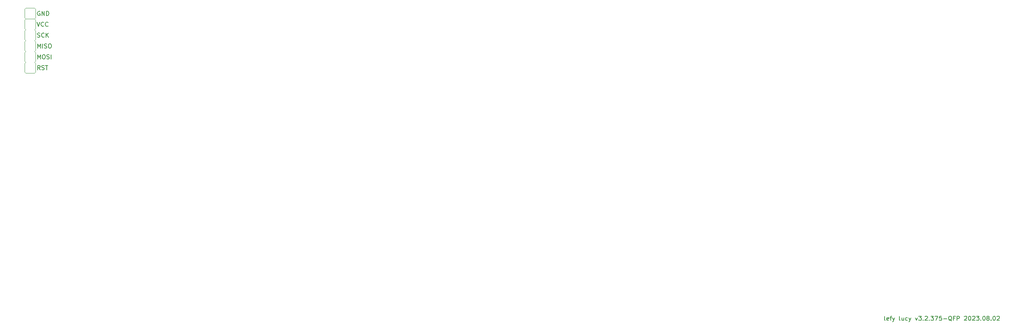
<source format=gbr>
%TF.GenerationSoftware,KiCad,Pcbnew,7.0.1-0*%
%TF.CreationDate,2023-08-02T22:09:24-05:00*%
%TF.ProjectId,pcb,7063622e-6b69-4636-9164-5f7063625858,rev?*%
%TF.SameCoordinates,Original*%
%TF.FileFunction,Legend,Top*%
%TF.FilePolarity,Positive*%
%FSLAX46Y46*%
G04 Gerber Fmt 4.6, Leading zero omitted, Abs format (unit mm)*
G04 Created by KiCad (PCBNEW 7.0.1-0) date 2023-08-02 22:09:24*
%MOMM*%
%LPD*%
G01*
G04 APERTURE LIST*
%ADD10C,0.150000*%
%ADD11C,0.120000*%
G04 APERTURE END LIST*
D10*
X248805952Y-94902619D02*
X248710714Y-94855000D01*
X248710714Y-94855000D02*
X248663095Y-94759761D01*
X248663095Y-94759761D02*
X248663095Y-93902619D01*
X249567857Y-94855000D02*
X249472619Y-94902619D01*
X249472619Y-94902619D02*
X249282143Y-94902619D01*
X249282143Y-94902619D02*
X249186905Y-94855000D01*
X249186905Y-94855000D02*
X249139286Y-94759761D01*
X249139286Y-94759761D02*
X249139286Y-94378809D01*
X249139286Y-94378809D02*
X249186905Y-94283571D01*
X249186905Y-94283571D02*
X249282143Y-94235952D01*
X249282143Y-94235952D02*
X249472619Y-94235952D01*
X249472619Y-94235952D02*
X249567857Y-94283571D01*
X249567857Y-94283571D02*
X249615476Y-94378809D01*
X249615476Y-94378809D02*
X249615476Y-94474047D01*
X249615476Y-94474047D02*
X249139286Y-94569285D01*
X249901191Y-94235952D02*
X250282143Y-94235952D01*
X250044048Y-94902619D02*
X250044048Y-94045476D01*
X250044048Y-94045476D02*
X250091667Y-93950238D01*
X250091667Y-93950238D02*
X250186905Y-93902619D01*
X250186905Y-93902619D02*
X250282143Y-93902619D01*
X250520239Y-94235952D02*
X250758334Y-94902619D01*
X250996429Y-94235952D02*
X250758334Y-94902619D01*
X250758334Y-94902619D02*
X250663096Y-95140714D01*
X250663096Y-95140714D02*
X250615477Y-95188333D01*
X250615477Y-95188333D02*
X250520239Y-95235952D01*
X252282144Y-94902619D02*
X252186906Y-94855000D01*
X252186906Y-94855000D02*
X252139287Y-94759761D01*
X252139287Y-94759761D02*
X252139287Y-93902619D01*
X253091668Y-94235952D02*
X253091668Y-94902619D01*
X252663097Y-94235952D02*
X252663097Y-94759761D01*
X252663097Y-94759761D02*
X252710716Y-94855000D01*
X252710716Y-94855000D02*
X252805954Y-94902619D01*
X252805954Y-94902619D02*
X252948811Y-94902619D01*
X252948811Y-94902619D02*
X253044049Y-94855000D01*
X253044049Y-94855000D02*
X253091668Y-94807380D01*
X253996430Y-94855000D02*
X253901192Y-94902619D01*
X253901192Y-94902619D02*
X253710716Y-94902619D01*
X253710716Y-94902619D02*
X253615478Y-94855000D01*
X253615478Y-94855000D02*
X253567859Y-94807380D01*
X253567859Y-94807380D02*
X253520240Y-94712142D01*
X253520240Y-94712142D02*
X253520240Y-94426428D01*
X253520240Y-94426428D02*
X253567859Y-94331190D01*
X253567859Y-94331190D02*
X253615478Y-94283571D01*
X253615478Y-94283571D02*
X253710716Y-94235952D01*
X253710716Y-94235952D02*
X253901192Y-94235952D01*
X253901192Y-94235952D02*
X253996430Y-94283571D01*
X254329764Y-94235952D02*
X254567859Y-94902619D01*
X254805954Y-94235952D02*
X254567859Y-94902619D01*
X254567859Y-94902619D02*
X254472621Y-95140714D01*
X254472621Y-95140714D02*
X254425002Y-95188333D01*
X254425002Y-95188333D02*
X254329764Y-95235952D01*
X255853574Y-94235952D02*
X256091669Y-94902619D01*
X256091669Y-94902619D02*
X256329764Y-94235952D01*
X256615479Y-93902619D02*
X257234526Y-93902619D01*
X257234526Y-93902619D02*
X256901193Y-94283571D01*
X256901193Y-94283571D02*
X257044050Y-94283571D01*
X257044050Y-94283571D02*
X257139288Y-94331190D01*
X257139288Y-94331190D02*
X257186907Y-94378809D01*
X257186907Y-94378809D02*
X257234526Y-94474047D01*
X257234526Y-94474047D02*
X257234526Y-94712142D01*
X257234526Y-94712142D02*
X257186907Y-94807380D01*
X257186907Y-94807380D02*
X257139288Y-94855000D01*
X257139288Y-94855000D02*
X257044050Y-94902619D01*
X257044050Y-94902619D02*
X256758336Y-94902619D01*
X256758336Y-94902619D02*
X256663098Y-94855000D01*
X256663098Y-94855000D02*
X256615479Y-94807380D01*
X257663098Y-94807380D02*
X257710717Y-94855000D01*
X257710717Y-94855000D02*
X257663098Y-94902619D01*
X257663098Y-94902619D02*
X257615479Y-94855000D01*
X257615479Y-94855000D02*
X257663098Y-94807380D01*
X257663098Y-94807380D02*
X257663098Y-94902619D01*
X258091669Y-93997857D02*
X258139288Y-93950238D01*
X258139288Y-93950238D02*
X258234526Y-93902619D01*
X258234526Y-93902619D02*
X258472621Y-93902619D01*
X258472621Y-93902619D02*
X258567859Y-93950238D01*
X258567859Y-93950238D02*
X258615478Y-93997857D01*
X258615478Y-93997857D02*
X258663097Y-94093095D01*
X258663097Y-94093095D02*
X258663097Y-94188333D01*
X258663097Y-94188333D02*
X258615478Y-94331190D01*
X258615478Y-94331190D02*
X258044050Y-94902619D01*
X258044050Y-94902619D02*
X258663097Y-94902619D01*
X259091669Y-94807380D02*
X259139288Y-94855000D01*
X259139288Y-94855000D02*
X259091669Y-94902619D01*
X259091669Y-94902619D02*
X259044050Y-94855000D01*
X259044050Y-94855000D02*
X259091669Y-94807380D01*
X259091669Y-94807380D02*
X259091669Y-94902619D01*
X259472621Y-93902619D02*
X260091668Y-93902619D01*
X260091668Y-93902619D02*
X259758335Y-94283571D01*
X259758335Y-94283571D02*
X259901192Y-94283571D01*
X259901192Y-94283571D02*
X259996430Y-94331190D01*
X259996430Y-94331190D02*
X260044049Y-94378809D01*
X260044049Y-94378809D02*
X260091668Y-94474047D01*
X260091668Y-94474047D02*
X260091668Y-94712142D01*
X260091668Y-94712142D02*
X260044049Y-94807380D01*
X260044049Y-94807380D02*
X259996430Y-94855000D01*
X259996430Y-94855000D02*
X259901192Y-94902619D01*
X259901192Y-94902619D02*
X259615478Y-94902619D01*
X259615478Y-94902619D02*
X259520240Y-94855000D01*
X259520240Y-94855000D02*
X259472621Y-94807380D01*
X260425002Y-93902619D02*
X261091668Y-93902619D01*
X261091668Y-93902619D02*
X260663097Y-94902619D01*
X261948811Y-93902619D02*
X261472621Y-93902619D01*
X261472621Y-93902619D02*
X261425002Y-94378809D01*
X261425002Y-94378809D02*
X261472621Y-94331190D01*
X261472621Y-94331190D02*
X261567859Y-94283571D01*
X261567859Y-94283571D02*
X261805954Y-94283571D01*
X261805954Y-94283571D02*
X261901192Y-94331190D01*
X261901192Y-94331190D02*
X261948811Y-94378809D01*
X261948811Y-94378809D02*
X261996430Y-94474047D01*
X261996430Y-94474047D02*
X261996430Y-94712142D01*
X261996430Y-94712142D02*
X261948811Y-94807380D01*
X261948811Y-94807380D02*
X261901192Y-94855000D01*
X261901192Y-94855000D02*
X261805954Y-94902619D01*
X261805954Y-94902619D02*
X261567859Y-94902619D01*
X261567859Y-94902619D02*
X261472621Y-94855000D01*
X261472621Y-94855000D02*
X261425002Y-94807380D01*
X262425002Y-94521666D02*
X263186907Y-94521666D01*
X264329763Y-94997857D02*
X264234525Y-94950238D01*
X264234525Y-94950238D02*
X264139287Y-94855000D01*
X264139287Y-94855000D02*
X263996430Y-94712142D01*
X263996430Y-94712142D02*
X263901192Y-94664523D01*
X263901192Y-94664523D02*
X263805954Y-94664523D01*
X263853573Y-94902619D02*
X263758335Y-94855000D01*
X263758335Y-94855000D02*
X263663097Y-94759761D01*
X263663097Y-94759761D02*
X263615478Y-94569285D01*
X263615478Y-94569285D02*
X263615478Y-94235952D01*
X263615478Y-94235952D02*
X263663097Y-94045476D01*
X263663097Y-94045476D02*
X263758335Y-93950238D01*
X263758335Y-93950238D02*
X263853573Y-93902619D01*
X263853573Y-93902619D02*
X264044049Y-93902619D01*
X264044049Y-93902619D02*
X264139287Y-93950238D01*
X264139287Y-93950238D02*
X264234525Y-94045476D01*
X264234525Y-94045476D02*
X264282144Y-94235952D01*
X264282144Y-94235952D02*
X264282144Y-94569285D01*
X264282144Y-94569285D02*
X264234525Y-94759761D01*
X264234525Y-94759761D02*
X264139287Y-94855000D01*
X264139287Y-94855000D02*
X264044049Y-94902619D01*
X264044049Y-94902619D02*
X263853573Y-94902619D01*
X265044049Y-94378809D02*
X264710716Y-94378809D01*
X264710716Y-94902619D02*
X264710716Y-93902619D01*
X264710716Y-93902619D02*
X265186906Y-93902619D01*
X265567859Y-94902619D02*
X265567859Y-93902619D01*
X265567859Y-93902619D02*
X265948811Y-93902619D01*
X265948811Y-93902619D02*
X266044049Y-93950238D01*
X266044049Y-93950238D02*
X266091668Y-93997857D01*
X266091668Y-93997857D02*
X266139287Y-94093095D01*
X266139287Y-94093095D02*
X266139287Y-94235952D01*
X266139287Y-94235952D02*
X266091668Y-94331190D01*
X266091668Y-94331190D02*
X266044049Y-94378809D01*
X266044049Y-94378809D02*
X265948811Y-94426428D01*
X265948811Y-94426428D02*
X265567859Y-94426428D01*
X267282145Y-93997857D02*
X267329764Y-93950238D01*
X267329764Y-93950238D02*
X267425002Y-93902619D01*
X267425002Y-93902619D02*
X267663097Y-93902619D01*
X267663097Y-93902619D02*
X267758335Y-93950238D01*
X267758335Y-93950238D02*
X267805954Y-93997857D01*
X267805954Y-93997857D02*
X267853573Y-94093095D01*
X267853573Y-94093095D02*
X267853573Y-94188333D01*
X267853573Y-94188333D02*
X267805954Y-94331190D01*
X267805954Y-94331190D02*
X267234526Y-94902619D01*
X267234526Y-94902619D02*
X267853573Y-94902619D01*
X268472621Y-93902619D02*
X268567859Y-93902619D01*
X268567859Y-93902619D02*
X268663097Y-93950238D01*
X268663097Y-93950238D02*
X268710716Y-93997857D01*
X268710716Y-93997857D02*
X268758335Y-94093095D01*
X268758335Y-94093095D02*
X268805954Y-94283571D01*
X268805954Y-94283571D02*
X268805954Y-94521666D01*
X268805954Y-94521666D02*
X268758335Y-94712142D01*
X268758335Y-94712142D02*
X268710716Y-94807380D01*
X268710716Y-94807380D02*
X268663097Y-94855000D01*
X268663097Y-94855000D02*
X268567859Y-94902619D01*
X268567859Y-94902619D02*
X268472621Y-94902619D01*
X268472621Y-94902619D02*
X268377383Y-94855000D01*
X268377383Y-94855000D02*
X268329764Y-94807380D01*
X268329764Y-94807380D02*
X268282145Y-94712142D01*
X268282145Y-94712142D02*
X268234526Y-94521666D01*
X268234526Y-94521666D02*
X268234526Y-94283571D01*
X268234526Y-94283571D02*
X268282145Y-94093095D01*
X268282145Y-94093095D02*
X268329764Y-93997857D01*
X268329764Y-93997857D02*
X268377383Y-93950238D01*
X268377383Y-93950238D02*
X268472621Y-93902619D01*
X269186907Y-93997857D02*
X269234526Y-93950238D01*
X269234526Y-93950238D02*
X269329764Y-93902619D01*
X269329764Y-93902619D02*
X269567859Y-93902619D01*
X269567859Y-93902619D02*
X269663097Y-93950238D01*
X269663097Y-93950238D02*
X269710716Y-93997857D01*
X269710716Y-93997857D02*
X269758335Y-94093095D01*
X269758335Y-94093095D02*
X269758335Y-94188333D01*
X269758335Y-94188333D02*
X269710716Y-94331190D01*
X269710716Y-94331190D02*
X269139288Y-94902619D01*
X269139288Y-94902619D02*
X269758335Y-94902619D01*
X270091669Y-93902619D02*
X270710716Y-93902619D01*
X270710716Y-93902619D02*
X270377383Y-94283571D01*
X270377383Y-94283571D02*
X270520240Y-94283571D01*
X270520240Y-94283571D02*
X270615478Y-94331190D01*
X270615478Y-94331190D02*
X270663097Y-94378809D01*
X270663097Y-94378809D02*
X270710716Y-94474047D01*
X270710716Y-94474047D02*
X270710716Y-94712142D01*
X270710716Y-94712142D02*
X270663097Y-94807380D01*
X270663097Y-94807380D02*
X270615478Y-94855000D01*
X270615478Y-94855000D02*
X270520240Y-94902619D01*
X270520240Y-94902619D02*
X270234526Y-94902619D01*
X270234526Y-94902619D02*
X270139288Y-94855000D01*
X270139288Y-94855000D02*
X270091669Y-94807380D01*
X271139288Y-94807380D02*
X271186907Y-94855000D01*
X271186907Y-94855000D02*
X271139288Y-94902619D01*
X271139288Y-94902619D02*
X271091669Y-94855000D01*
X271091669Y-94855000D02*
X271139288Y-94807380D01*
X271139288Y-94807380D02*
X271139288Y-94902619D01*
X271805954Y-93902619D02*
X271901192Y-93902619D01*
X271901192Y-93902619D02*
X271996430Y-93950238D01*
X271996430Y-93950238D02*
X272044049Y-93997857D01*
X272044049Y-93997857D02*
X272091668Y-94093095D01*
X272091668Y-94093095D02*
X272139287Y-94283571D01*
X272139287Y-94283571D02*
X272139287Y-94521666D01*
X272139287Y-94521666D02*
X272091668Y-94712142D01*
X272091668Y-94712142D02*
X272044049Y-94807380D01*
X272044049Y-94807380D02*
X271996430Y-94855000D01*
X271996430Y-94855000D02*
X271901192Y-94902619D01*
X271901192Y-94902619D02*
X271805954Y-94902619D01*
X271805954Y-94902619D02*
X271710716Y-94855000D01*
X271710716Y-94855000D02*
X271663097Y-94807380D01*
X271663097Y-94807380D02*
X271615478Y-94712142D01*
X271615478Y-94712142D02*
X271567859Y-94521666D01*
X271567859Y-94521666D02*
X271567859Y-94283571D01*
X271567859Y-94283571D02*
X271615478Y-94093095D01*
X271615478Y-94093095D02*
X271663097Y-93997857D01*
X271663097Y-93997857D02*
X271710716Y-93950238D01*
X271710716Y-93950238D02*
X271805954Y-93902619D01*
X272710716Y-94331190D02*
X272615478Y-94283571D01*
X272615478Y-94283571D02*
X272567859Y-94235952D01*
X272567859Y-94235952D02*
X272520240Y-94140714D01*
X272520240Y-94140714D02*
X272520240Y-94093095D01*
X272520240Y-94093095D02*
X272567859Y-93997857D01*
X272567859Y-93997857D02*
X272615478Y-93950238D01*
X272615478Y-93950238D02*
X272710716Y-93902619D01*
X272710716Y-93902619D02*
X272901192Y-93902619D01*
X272901192Y-93902619D02*
X272996430Y-93950238D01*
X272996430Y-93950238D02*
X273044049Y-93997857D01*
X273044049Y-93997857D02*
X273091668Y-94093095D01*
X273091668Y-94093095D02*
X273091668Y-94140714D01*
X273091668Y-94140714D02*
X273044049Y-94235952D01*
X273044049Y-94235952D02*
X272996430Y-94283571D01*
X272996430Y-94283571D02*
X272901192Y-94331190D01*
X272901192Y-94331190D02*
X272710716Y-94331190D01*
X272710716Y-94331190D02*
X272615478Y-94378809D01*
X272615478Y-94378809D02*
X272567859Y-94426428D01*
X272567859Y-94426428D02*
X272520240Y-94521666D01*
X272520240Y-94521666D02*
X272520240Y-94712142D01*
X272520240Y-94712142D02*
X272567859Y-94807380D01*
X272567859Y-94807380D02*
X272615478Y-94855000D01*
X272615478Y-94855000D02*
X272710716Y-94902619D01*
X272710716Y-94902619D02*
X272901192Y-94902619D01*
X272901192Y-94902619D02*
X272996430Y-94855000D01*
X272996430Y-94855000D02*
X273044049Y-94807380D01*
X273044049Y-94807380D02*
X273091668Y-94712142D01*
X273091668Y-94712142D02*
X273091668Y-94521666D01*
X273091668Y-94521666D02*
X273044049Y-94426428D01*
X273044049Y-94426428D02*
X272996430Y-94378809D01*
X272996430Y-94378809D02*
X272901192Y-94331190D01*
X273520240Y-94807380D02*
X273567859Y-94855000D01*
X273567859Y-94855000D02*
X273520240Y-94902619D01*
X273520240Y-94902619D02*
X273472621Y-94855000D01*
X273472621Y-94855000D02*
X273520240Y-94807380D01*
X273520240Y-94807380D02*
X273520240Y-94902619D01*
X274186906Y-93902619D02*
X274282144Y-93902619D01*
X274282144Y-93902619D02*
X274377382Y-93950238D01*
X274377382Y-93950238D02*
X274425001Y-93997857D01*
X274425001Y-93997857D02*
X274472620Y-94093095D01*
X274472620Y-94093095D02*
X274520239Y-94283571D01*
X274520239Y-94283571D02*
X274520239Y-94521666D01*
X274520239Y-94521666D02*
X274472620Y-94712142D01*
X274472620Y-94712142D02*
X274425001Y-94807380D01*
X274425001Y-94807380D02*
X274377382Y-94855000D01*
X274377382Y-94855000D02*
X274282144Y-94902619D01*
X274282144Y-94902619D02*
X274186906Y-94902619D01*
X274186906Y-94902619D02*
X274091668Y-94855000D01*
X274091668Y-94855000D02*
X274044049Y-94807380D01*
X274044049Y-94807380D02*
X273996430Y-94712142D01*
X273996430Y-94712142D02*
X273948811Y-94521666D01*
X273948811Y-94521666D02*
X273948811Y-94283571D01*
X273948811Y-94283571D02*
X273996430Y-94093095D01*
X273996430Y-94093095D02*
X274044049Y-93997857D01*
X274044049Y-93997857D02*
X274091668Y-93950238D01*
X274091668Y-93950238D02*
X274186906Y-93902619D01*
X274901192Y-93997857D02*
X274948811Y-93950238D01*
X274948811Y-93950238D02*
X275044049Y-93902619D01*
X275044049Y-93902619D02*
X275282144Y-93902619D01*
X275282144Y-93902619D02*
X275377382Y-93950238D01*
X275377382Y-93950238D02*
X275425001Y-93997857D01*
X275425001Y-93997857D02*
X275472620Y-94093095D01*
X275472620Y-94093095D02*
X275472620Y-94188333D01*
X275472620Y-94188333D02*
X275425001Y-94331190D01*
X275425001Y-94331190D02*
X274853573Y-94902619D01*
X274853573Y-94902619D02*
X275472620Y-94902619D01*
%TO.C,J2*%
X50614476Y-28595000D02*
X50757333Y-28642619D01*
X50757333Y-28642619D02*
X50995428Y-28642619D01*
X50995428Y-28642619D02*
X51090666Y-28595000D01*
X51090666Y-28595000D02*
X51138285Y-28547380D01*
X51138285Y-28547380D02*
X51185904Y-28452142D01*
X51185904Y-28452142D02*
X51185904Y-28356904D01*
X51185904Y-28356904D02*
X51138285Y-28261666D01*
X51138285Y-28261666D02*
X51090666Y-28214047D01*
X51090666Y-28214047D02*
X50995428Y-28166428D01*
X50995428Y-28166428D02*
X50804952Y-28118809D01*
X50804952Y-28118809D02*
X50709714Y-28071190D01*
X50709714Y-28071190D02*
X50662095Y-28023571D01*
X50662095Y-28023571D02*
X50614476Y-27928333D01*
X50614476Y-27928333D02*
X50614476Y-27833095D01*
X50614476Y-27833095D02*
X50662095Y-27737857D01*
X50662095Y-27737857D02*
X50709714Y-27690238D01*
X50709714Y-27690238D02*
X50804952Y-27642619D01*
X50804952Y-27642619D02*
X51043047Y-27642619D01*
X51043047Y-27642619D02*
X51185904Y-27690238D01*
X52185904Y-28547380D02*
X52138285Y-28595000D01*
X52138285Y-28595000D02*
X51995428Y-28642619D01*
X51995428Y-28642619D02*
X51900190Y-28642619D01*
X51900190Y-28642619D02*
X51757333Y-28595000D01*
X51757333Y-28595000D02*
X51662095Y-28499761D01*
X51662095Y-28499761D02*
X51614476Y-28404523D01*
X51614476Y-28404523D02*
X51566857Y-28214047D01*
X51566857Y-28214047D02*
X51566857Y-28071190D01*
X51566857Y-28071190D02*
X51614476Y-27880714D01*
X51614476Y-27880714D02*
X51662095Y-27785476D01*
X51662095Y-27785476D02*
X51757333Y-27690238D01*
X51757333Y-27690238D02*
X51900190Y-27642619D01*
X51900190Y-27642619D02*
X51995428Y-27642619D01*
X51995428Y-27642619D02*
X52138285Y-27690238D01*
X52138285Y-27690238D02*
X52185904Y-27737857D01*
X52614476Y-28642619D02*
X52614476Y-27642619D01*
X53185904Y-28642619D02*
X52757333Y-28071190D01*
X53185904Y-27642619D02*
X52614476Y-28214047D01*
X50662095Y-33722619D02*
X50662095Y-32722619D01*
X50662095Y-32722619D02*
X50995428Y-33436904D01*
X50995428Y-33436904D02*
X51328761Y-32722619D01*
X51328761Y-32722619D02*
X51328761Y-33722619D01*
X51995428Y-32722619D02*
X52185904Y-32722619D01*
X52185904Y-32722619D02*
X52281142Y-32770238D01*
X52281142Y-32770238D02*
X52376380Y-32865476D01*
X52376380Y-32865476D02*
X52423999Y-33055952D01*
X52423999Y-33055952D02*
X52423999Y-33389285D01*
X52423999Y-33389285D02*
X52376380Y-33579761D01*
X52376380Y-33579761D02*
X52281142Y-33675000D01*
X52281142Y-33675000D02*
X52185904Y-33722619D01*
X52185904Y-33722619D02*
X51995428Y-33722619D01*
X51995428Y-33722619D02*
X51900190Y-33675000D01*
X51900190Y-33675000D02*
X51804952Y-33579761D01*
X51804952Y-33579761D02*
X51757333Y-33389285D01*
X51757333Y-33389285D02*
X51757333Y-33055952D01*
X51757333Y-33055952D02*
X51804952Y-32865476D01*
X51804952Y-32865476D02*
X51900190Y-32770238D01*
X51900190Y-32770238D02*
X51995428Y-32722619D01*
X52804952Y-33675000D02*
X52947809Y-33722619D01*
X52947809Y-33722619D02*
X53185904Y-33722619D01*
X53185904Y-33722619D02*
X53281142Y-33675000D01*
X53281142Y-33675000D02*
X53328761Y-33627380D01*
X53328761Y-33627380D02*
X53376380Y-33532142D01*
X53376380Y-33532142D02*
X53376380Y-33436904D01*
X53376380Y-33436904D02*
X53328761Y-33341666D01*
X53328761Y-33341666D02*
X53281142Y-33294047D01*
X53281142Y-33294047D02*
X53185904Y-33246428D01*
X53185904Y-33246428D02*
X52995428Y-33198809D01*
X52995428Y-33198809D02*
X52900190Y-33151190D01*
X52900190Y-33151190D02*
X52852571Y-33103571D01*
X52852571Y-33103571D02*
X52804952Y-33008333D01*
X52804952Y-33008333D02*
X52804952Y-32913095D01*
X52804952Y-32913095D02*
X52852571Y-32817857D01*
X52852571Y-32817857D02*
X52900190Y-32770238D01*
X52900190Y-32770238D02*
X52995428Y-32722619D01*
X52995428Y-32722619D02*
X53233523Y-32722619D01*
X53233523Y-32722619D02*
X53376380Y-32770238D01*
X53804952Y-33722619D02*
X53804952Y-32722619D01*
X51233523Y-36262619D02*
X50900190Y-35786428D01*
X50662095Y-36262619D02*
X50662095Y-35262619D01*
X50662095Y-35262619D02*
X51043047Y-35262619D01*
X51043047Y-35262619D02*
X51138285Y-35310238D01*
X51138285Y-35310238D02*
X51185904Y-35357857D01*
X51185904Y-35357857D02*
X51233523Y-35453095D01*
X51233523Y-35453095D02*
X51233523Y-35595952D01*
X51233523Y-35595952D02*
X51185904Y-35691190D01*
X51185904Y-35691190D02*
X51138285Y-35738809D01*
X51138285Y-35738809D02*
X51043047Y-35786428D01*
X51043047Y-35786428D02*
X50662095Y-35786428D01*
X51614476Y-36215000D02*
X51757333Y-36262619D01*
X51757333Y-36262619D02*
X51995428Y-36262619D01*
X51995428Y-36262619D02*
X52090666Y-36215000D01*
X52090666Y-36215000D02*
X52138285Y-36167380D01*
X52138285Y-36167380D02*
X52185904Y-36072142D01*
X52185904Y-36072142D02*
X52185904Y-35976904D01*
X52185904Y-35976904D02*
X52138285Y-35881666D01*
X52138285Y-35881666D02*
X52090666Y-35834047D01*
X52090666Y-35834047D02*
X51995428Y-35786428D01*
X51995428Y-35786428D02*
X51804952Y-35738809D01*
X51804952Y-35738809D02*
X51709714Y-35691190D01*
X51709714Y-35691190D02*
X51662095Y-35643571D01*
X51662095Y-35643571D02*
X51614476Y-35548333D01*
X51614476Y-35548333D02*
X51614476Y-35453095D01*
X51614476Y-35453095D02*
X51662095Y-35357857D01*
X51662095Y-35357857D02*
X51709714Y-35310238D01*
X51709714Y-35310238D02*
X51804952Y-35262619D01*
X51804952Y-35262619D02*
X52043047Y-35262619D01*
X52043047Y-35262619D02*
X52185904Y-35310238D01*
X52471619Y-35262619D02*
X53043047Y-35262619D01*
X52757333Y-36262619D02*
X52757333Y-35262619D01*
X50662095Y-31182619D02*
X50662095Y-30182619D01*
X50662095Y-30182619D02*
X50995428Y-30896904D01*
X50995428Y-30896904D02*
X51328761Y-30182619D01*
X51328761Y-30182619D02*
X51328761Y-31182619D01*
X51804952Y-31182619D02*
X51804952Y-30182619D01*
X52233523Y-31135000D02*
X52376380Y-31182619D01*
X52376380Y-31182619D02*
X52614475Y-31182619D01*
X52614475Y-31182619D02*
X52709713Y-31135000D01*
X52709713Y-31135000D02*
X52757332Y-31087380D01*
X52757332Y-31087380D02*
X52804951Y-30992142D01*
X52804951Y-30992142D02*
X52804951Y-30896904D01*
X52804951Y-30896904D02*
X52757332Y-30801666D01*
X52757332Y-30801666D02*
X52709713Y-30754047D01*
X52709713Y-30754047D02*
X52614475Y-30706428D01*
X52614475Y-30706428D02*
X52423999Y-30658809D01*
X52423999Y-30658809D02*
X52328761Y-30611190D01*
X52328761Y-30611190D02*
X52281142Y-30563571D01*
X52281142Y-30563571D02*
X52233523Y-30468333D01*
X52233523Y-30468333D02*
X52233523Y-30373095D01*
X52233523Y-30373095D02*
X52281142Y-30277857D01*
X52281142Y-30277857D02*
X52328761Y-30230238D01*
X52328761Y-30230238D02*
X52423999Y-30182619D01*
X52423999Y-30182619D02*
X52662094Y-30182619D01*
X52662094Y-30182619D02*
X52804951Y-30230238D01*
X53423999Y-30182619D02*
X53614475Y-30182619D01*
X53614475Y-30182619D02*
X53709713Y-30230238D01*
X53709713Y-30230238D02*
X53804951Y-30325476D01*
X53804951Y-30325476D02*
X53852570Y-30515952D01*
X53852570Y-30515952D02*
X53852570Y-30849285D01*
X53852570Y-30849285D02*
X53804951Y-31039761D01*
X53804951Y-31039761D02*
X53709713Y-31135000D01*
X53709713Y-31135000D02*
X53614475Y-31182619D01*
X53614475Y-31182619D02*
X53423999Y-31182619D01*
X53423999Y-31182619D02*
X53328761Y-31135000D01*
X53328761Y-31135000D02*
X53233523Y-31039761D01*
X53233523Y-31039761D02*
X53185904Y-30849285D01*
X53185904Y-30849285D02*
X53185904Y-30515952D01*
X53185904Y-30515952D02*
X53233523Y-30325476D01*
X53233523Y-30325476D02*
X53328761Y-30230238D01*
X53328761Y-30230238D02*
X53423999Y-30182619D01*
X50519238Y-25102619D02*
X50852571Y-26102619D01*
X50852571Y-26102619D02*
X51185904Y-25102619D01*
X52090666Y-26007380D02*
X52043047Y-26055000D01*
X52043047Y-26055000D02*
X51900190Y-26102619D01*
X51900190Y-26102619D02*
X51804952Y-26102619D01*
X51804952Y-26102619D02*
X51662095Y-26055000D01*
X51662095Y-26055000D02*
X51566857Y-25959761D01*
X51566857Y-25959761D02*
X51519238Y-25864523D01*
X51519238Y-25864523D02*
X51471619Y-25674047D01*
X51471619Y-25674047D02*
X51471619Y-25531190D01*
X51471619Y-25531190D02*
X51519238Y-25340714D01*
X51519238Y-25340714D02*
X51566857Y-25245476D01*
X51566857Y-25245476D02*
X51662095Y-25150238D01*
X51662095Y-25150238D02*
X51804952Y-25102619D01*
X51804952Y-25102619D02*
X51900190Y-25102619D01*
X51900190Y-25102619D02*
X52043047Y-25150238D01*
X52043047Y-25150238D02*
X52090666Y-25197857D01*
X53090666Y-26007380D02*
X53043047Y-26055000D01*
X53043047Y-26055000D02*
X52900190Y-26102619D01*
X52900190Y-26102619D02*
X52804952Y-26102619D01*
X52804952Y-26102619D02*
X52662095Y-26055000D01*
X52662095Y-26055000D02*
X52566857Y-25959761D01*
X52566857Y-25959761D02*
X52519238Y-25864523D01*
X52519238Y-25864523D02*
X52471619Y-25674047D01*
X52471619Y-25674047D02*
X52471619Y-25531190D01*
X52471619Y-25531190D02*
X52519238Y-25340714D01*
X52519238Y-25340714D02*
X52566857Y-25245476D01*
X52566857Y-25245476D02*
X52662095Y-25150238D01*
X52662095Y-25150238D02*
X52804952Y-25102619D01*
X52804952Y-25102619D02*
X52900190Y-25102619D01*
X52900190Y-25102619D02*
X53043047Y-25150238D01*
X53043047Y-25150238D02*
X53090666Y-25197857D01*
X51185904Y-22610238D02*
X51090666Y-22562619D01*
X51090666Y-22562619D02*
X50947809Y-22562619D01*
X50947809Y-22562619D02*
X50804952Y-22610238D01*
X50804952Y-22610238D02*
X50709714Y-22705476D01*
X50709714Y-22705476D02*
X50662095Y-22800714D01*
X50662095Y-22800714D02*
X50614476Y-22991190D01*
X50614476Y-22991190D02*
X50614476Y-23134047D01*
X50614476Y-23134047D02*
X50662095Y-23324523D01*
X50662095Y-23324523D02*
X50709714Y-23419761D01*
X50709714Y-23419761D02*
X50804952Y-23515000D01*
X50804952Y-23515000D02*
X50947809Y-23562619D01*
X50947809Y-23562619D02*
X51043047Y-23562619D01*
X51043047Y-23562619D02*
X51185904Y-23515000D01*
X51185904Y-23515000D02*
X51233523Y-23467380D01*
X51233523Y-23467380D02*
X51233523Y-23134047D01*
X51233523Y-23134047D02*
X51043047Y-23134047D01*
X51662095Y-23562619D02*
X51662095Y-22562619D01*
X51662095Y-22562619D02*
X52233523Y-23562619D01*
X52233523Y-23562619D02*
X52233523Y-22562619D01*
X52709714Y-23562619D02*
X52709714Y-22562619D01*
X52709714Y-22562619D02*
X52947809Y-22562619D01*
X52947809Y-22562619D02*
X53090666Y-22610238D01*
X53090666Y-22610238D02*
X53185904Y-22705476D01*
X53185904Y-22705476D02*
X53233523Y-22800714D01*
X53233523Y-22800714D02*
X53281142Y-22991190D01*
X53281142Y-22991190D02*
X53281142Y-23134047D01*
X53281142Y-23134047D02*
X53233523Y-23324523D01*
X53233523Y-23324523D02*
X53185904Y-23419761D01*
X53185904Y-23419761D02*
X53090666Y-23515000D01*
X53090666Y-23515000D02*
X52947809Y-23562619D01*
X52947809Y-23562619D02*
X52709714Y-23562619D01*
D11*
X50170000Y-36816000D02*
X49916000Y-37070000D01*
X50170000Y-34784000D02*
X50170000Y-36816000D01*
X50170000Y-34784000D02*
X49916000Y-34530000D01*
X50170000Y-34276000D02*
X49916000Y-34530000D01*
X50170000Y-32244000D02*
X50170000Y-34276000D01*
X50170000Y-32244000D02*
X49916000Y-31990000D01*
X50170000Y-31736000D02*
X49916000Y-31990000D01*
X50170000Y-29704000D02*
X50170000Y-31736000D01*
X50170000Y-29704000D02*
X49916000Y-29450000D01*
X50170000Y-29196000D02*
X49916000Y-29450000D01*
X50170000Y-27164000D02*
X50170000Y-29196000D01*
X50170000Y-27164000D02*
X49916000Y-26910000D01*
X50170000Y-26656000D02*
X49916000Y-26910000D01*
X50170000Y-24624000D02*
X50170000Y-26656000D01*
X50170000Y-24624000D02*
X49916000Y-24370000D01*
X50170000Y-24116000D02*
X50170000Y-22084000D01*
X50170000Y-24116000D02*
X49916000Y-24370000D01*
X50170000Y-22084000D02*
X49916000Y-21830000D01*
X49916000Y-21830000D02*
X47884000Y-21830000D01*
X47884000Y-37070000D02*
X49916000Y-37070000D01*
X47884000Y-24370000D02*
X49916000Y-24370000D01*
X47630000Y-36816000D02*
X47884000Y-37070000D01*
X47630000Y-34784000D02*
X47884000Y-34530000D01*
X47630000Y-34784000D02*
X47630000Y-36816000D01*
X47630000Y-34276000D02*
X47884000Y-34530000D01*
X47630000Y-32244000D02*
X47884000Y-31990000D01*
X47630000Y-32244000D02*
X47630000Y-34276000D01*
X47630000Y-31736000D02*
X47884000Y-31990000D01*
X47630000Y-29704000D02*
X47884000Y-29450000D01*
X47630000Y-29704000D02*
X47630000Y-31736000D01*
X47630000Y-29196000D02*
X47884000Y-29450000D01*
X47630000Y-27164000D02*
X47884000Y-26910000D01*
X47630000Y-27164000D02*
X47630000Y-29196000D01*
X47630000Y-26656000D02*
X47884000Y-26910000D01*
X47630000Y-24624000D02*
X47884000Y-24370000D01*
X47630000Y-24624000D02*
X47630000Y-26656000D01*
X47630000Y-24116000D02*
X47884000Y-24370000D01*
X47630000Y-24116000D02*
X47630000Y-22084000D01*
X47630000Y-22084000D02*
X47884000Y-21830000D01*
%TD*%
M02*

</source>
